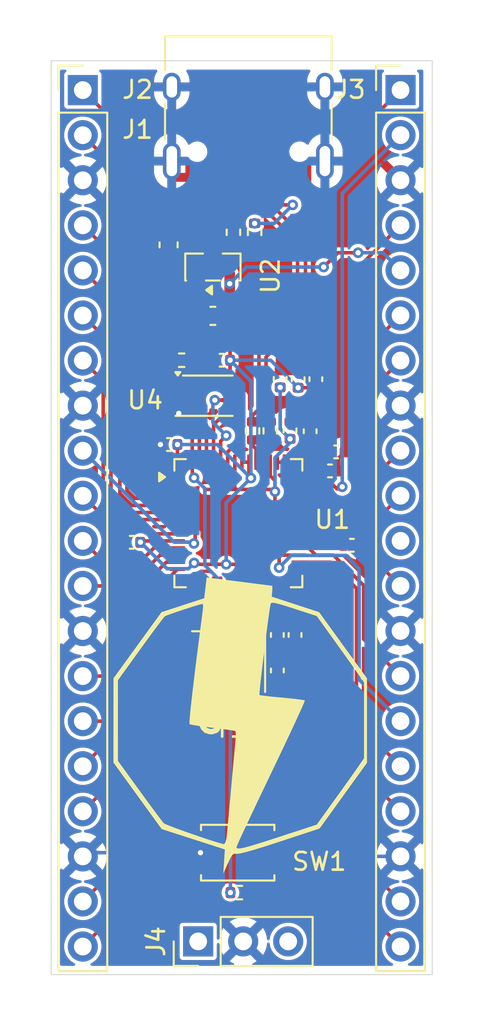
<source format=kicad_pcb>
(kicad_pcb (version 20241229) (generator "pcbnew") (generator_version "9.0")
  (layers (0 "F.Cu" signal) (2 "B.Cu" signal) (13 "F.Paste" user) (15 "B.Paste" user) (5 "F.SilkS" user "F.Silkscreen") (7 "B.SilkS" user "B.Silkscreen") (1 "F.Mask" user) (3 "B.Mask" user) (25 "Edge.Cuts" user))
  (net 0 "")
  (net 1 "+3V3")
  (net 2 "GND")
  (net 3 "+1V1")
  (net 4 "VBUS")
  (net 5 "XIN")
  (net 6 "Net-(C16-Pad2)")
  (net 7 "Net-(J1-CC1)")
  (net 8 "USB_D-")
  (net 9 "Net-(J1-CC2)")
  (net 10 "USB_D+")
  (net 11 "GPIO2")
  (net 12 "GPIO1")
  (net 13 "GPIO10")
  (net 14 "GPIO0")
  (net 15 "GPIO8")
  (net 16 "GPIO4")
  (net 17 "GPIO14")
  (net 18 "GPIO11")
  (net 19 "GPIO12")
  (net 20 "GPIO15")
  (net 21 "GPIO7")
  (net 22 "GPIO6")
  (net 23 "GPIO5")
  (net 24 "GPIO13")
  (net 25 "GPIO9")
  (net 26 "GPIO3")
  (net 27 "GPIO20")
  (net 28 "GPIO29_ADC3")
  (net 29 "GPIO17")
  (net 30 "GPIO28_ADC2")
  (net 31 "GPIO21")
  (net 32 "GPIO18")
  (net 33 "GPIO23")
  (net 34 "RUN")
  (net 35 "GPIO24")
  (net 36 "GPIO27_ADC1")
  (net 37 "GPIO26_ADC0")
  (net 38 "GPIO19")
  (net 39 "GPIO22")
  (net 40 "GPIO16")
  (net 41 "SWD")
  (net 42 "SWCLK")
  (net 43 "Net-(U1-USB_DP)")
  (net 44 "Net-(U1-USB_DM)")
  (net 45 "XOUT")
  (net 46 "QSPI_SS")
  (net 47 "Net-(R6-Pad1)")
  (net 48 "QSPI_SD0")
  (net 49 "QSPI_SCLK")
  (net 50 "QSPI_SD2")
  (net 51 "QSPI_SD3")
  (net 53 "QSPI_SD1")
  (footprint "Capacitor_SMD:C_0402_1005Metric" (layer "F.Cu") (at 147.683354 110.290324 180)
    (property "Reference" "C15" (hide yes))
    (property "Value" "15pF")
  )
  (footprint "Connector_USB:USB_C_Receptacle_HRO_TYPE-C-31-M-12" (layer "F.Cu") (at 149.75 76.65 180)
    (property "Reference" "J1")
    (property "Value" "USB_C_Receptacle_USB2.0_14P")
  )
  (footprint "Package_SON:Winbond_USON-8-1EP_3x2mm_P0.5mm_EP0.2x1.6mm" (layer "F.Cu") (at 147.25 93)
    (property "Reference" "U4")
    (property "Value" "W25Q128JVS")
  )
  (footprint "Capacitor_SMD:C_0402_1005Metric" (layer "F.Cu") (at 152.560342 92.069722 90)
    (property "Reference" "C6" (hide yes))
    (property "Value" "0.1uF")
  )
  (footprint "Capacitor_SMD:C_0402_1005Metric" (layer "F.Cu") (at 143.170605 101.261264 180)
    (property "Reference" "C3" (hide yes))
    (property "Value" "0.1uF")
  )
  (footprint "Package_TO_SOT_SMD:SOT-23" (layer "F.Cu") (at 147.75 85.75 90)
    (property "Reference" "U2")
    (property "Value" "MCP1700x-330xxTT")
  )
  (footprint "Capacitor_SMD:C_0402_1005Metric" (layer "F.Cu") (at 151.547092 92.052466 90)
    (property "Reference" "C11" (hide yes))
    (property "Value" "C")
  )
  (footprint "Capacitor_SMD:C_0402_1005Metric" (layer "F.Cu") (at 152.104983 94.953019 90)
    (property "Reference" "C10" (hide yes))
    (property "Value" "C")
  )
  (footprint "Capacitor_SMD:C_0402_1005Metric" (layer "F.Cu") (at 152.38675 106.482744 -90)
    (property "Reference" "C12" (hide yes))
    (property "Value" "C")
  )
  (footprint "Resistor_SMD:R_0402_1005Metric" (layer "F.Cu") (at 150.98675 94.982744 -90)
    (property "Reference" "R4" (hide yes))
    (property "Value" "27")
  )
  (footprint "Connector_PinHeader_2.54mm:PinHeader_1x20_P2.54mm_Vertical" (layer "F.Cu") (at 140.41 75.78)
    (property "Reference" "J2")
    (property "Value" "Conn_01x20")
  )
  (footprint "Resistor_SMD:R_0402_1005Metric" (layer "F.Cu") (at 149.98675 94.982744 -90)
    (property "Reference" "R3" (hide yes))
    (property "Value" "27")
  )
  (footprint "Capacitor_SMD:C_0402_1005Metric" (layer "F.Cu") (at 154.704784 96.165452)
    (property "Reference" "C1" (hide yes))
    (property "Value" "1uf")
  )
  (footprint "Resistor_SMD:R_0402_1005Metric" (layer "F.Cu") (at 149.25 121 180)
    (property "Reference" "R6" (hide yes))
    (property "Value" "1K")
  )
  (footprint "Button_Switch_SMD:SW_Push_SPST_NO_Alps_SKRK" (layer "F.Cu") (at 149.15 118.75)
    (property "Reference" "SW1")
    (property "Value" "SW_Push")
  )
  (footprint "Package_DFN_QFN:QFN-56-1EP_7x7mm_P0.4mm_EP3.2x3.2mm" (layer "F.Cu") (at 149.18675 100.182744)
    (property "Reference" "U1")
    (property "Value" "RP2040")
  )
  (footprint "Connector_PinHeader_2.54mm:PinHeader_1x20_P2.54mm_Vertical" (layer "F.Cu") (at 158.338861 75.776831)
    (property "Reference" "J3")
    (property "Value" "Conn_01x20")
  )
  (footprint "Crystal:Crystal_SMD_3225-4Pin_3.2x2.5mm" (layer "F.Cu") (at 148.63675 107.982744 180)
    (property "Reference" "Y1")
    (property "Value" "12 MHz")
  )
  (footprint "Capacitor_SMD:C_0402_1005Metric" (layer "F.Cu") (at 145.27 95.75 180)
    (property "Reference" "C4" (hide yes))
    (property "Value" "0.1uF")
  )
  (footprint "Resistor_SMD:R_0402_1005Metric" (layer "F.Cu") (at 148.909748 83.789854 -90)
    (property "Reference" "R2" (hide yes))
    (property "Value" "5.1K")
  )
  (footprint "Capacitor_SMD:C_0402_1005Metric" (layer "F.Cu") (at 148.24 91 180)
    (property "Reference" "C17" (hide yes))
    (property "Value" "C")
  )
  (footprint "Capacitor_SMD:C_0603_1608Metric" (layer "F.Cu") (at 145.25 84.5 -90)
    (property "Reference" "C13" (hide yes))
    (property "Value" "10uF")
  )
  (footprint "Logo:kalo" (layer "F.Cu") (at 149.25 111.25)
    (property "Reference" "G***")
    (property "Value" "LOGO" (hide yes))
  )
  (footprint "Capacitor_SMD:C_0402_1005Metric" (layer "F.Cu") (at 151.38675 106.482744 -90)
    (property "Reference" "C2" (hide yes))
    (property "Value" "0.1uF")
  )
  (footprint "Resistor_SMD:R_0402_1005Metric" (layer "F.Cu") (at 149.656722 105.636947 180)
    (property "Reference" "R5" (hide yes))
    (property "Value" "1K")
  )
  (footprint "Capacitor_SMD:C_0603_1608Metric" (layer "F.Cu") (at 147.75 88.5 180)
    (property "Reference" "C14" (hide yes))
    (property "Value" "10uF")
  )
  (footprint "Resistor_SMD:R_0402_1005Metric" (layer "F.Cu") (at 150.105032 83.799651 -90)
    (property "Reference" "R1" (hide yes))
    (property "Value" "5.1K")
  )
  (footprint "Capacitor_SMD:C_0402_1005Metric" (layer "F.Cu") (at 155.594209 101.427535)
    (property "Reference" "C9" (hide yes))
    (property "Value" "0.1uF")
  )
  (footprint "Connector_PinHeader_2.54mm:PinHeader_1x03_P2.54mm_Vertical" (layer "F.Cu") (at 146.92 123.75 90)
    (property "Reference" "J4")
    (property "Value" "Conn_01x03")
  )
  (footprint "Capacitor_SMD:C_0402_1005Metric" (layer "F.Cu") (at 153.560342 92.069722 90)
    (property "Reference" "C7" (hide yes))
    (property "Value" "0.1uF")
  )
  (footprint "Capacitor_SMD:C_0402_1005Metric" (layer "F.Cu") (at 151.38675 108.482744 90)
    (property "Reference" "C16" (hide yes))
    (property "Value" "15pF")
  )
  (footprint "Capacitor_SMD:C_0402_1005Metric" (layer "F.Cu") (at 153.23675 95.002744 90)
    (property "Reference" "C5" (hide yes))
    (property "Value" "C")
  )
  (footprint "Capacitor_SMD:C_0402_1005Metric" (layer "F.Cu") (at 154.358693 97.23792)
    (property "Reference" "C8" (hide yes))
    (property "Value" "C")
  )
  (footprint "Resistor_SMD:R_0402_1005Metric" (layer "F.Cu") (at 145.99 91)
    (property "Reference" "R7" (hide yes))
    (property "Value" "10K")
  )
  (gr_rect (start 138.625 74.125) (end 160.125 125.625) (stroke (width 0.05)) (fill no) (layer "Edge.Cuts"))
  (segment (start 149.78675 97.53675) (end 149.892113 97.642113) (width 0.2) (layer "F.Cu") (net 1))
  (segment (start 148.72 91) (end 148.72 88.695) (width 0.2) (layer "F.Cu") (net 1))
  (segment (start 149.892113 97.642113) (end 149.966584 97.642113) (width 0.2) (layer "F.Cu") (net 1))
  (segment (start 145.74925 95.75075) (end 145.75 95.75) (width 0.2) (layer "F.Cu") (net 1))
  (segment (start 151.38675 106.002744) (end 151.38675 105.722745) (width 0.2) (layer "F.Cu") (net 1))
  (segment (start 154.5 101.25) (end 153.5 101.25) (width 0.2) (layer "F.Cu") (net 1))
  (segment (start 149.38675 102.88675) (end 149.38675 103.620244) (width 0.2) (layer "F.Cu") (net 1))
  (segment (start 154.224784 93.214164) (end 154.224784 96.165452) (width 0.2) (layer "F.Cu") (net 1))
  (segment (start 153.560342 92.549722) (end 152.560342 92.549722) (width 0.2) (layer "F.Cu") (net 1))
  (segment (start 149 102.5) (end 149.38675 102.88675) (width 0.2) (layer "F.Cu") (net 1))
  (segment (start 155.943581 84.943581) (end 154.806419 84.943581) (width 0.2) (layer "F.Cu") (net 1))
  (segment (start 153.23675 95.482744) (end 153.04925 95.482744) (width 0.2) (layer "F.Cu") (net 1))
  (segment (start 146.5 91) (end 146.5 90.525) (width 0.2) (layer "F.Cu") (net 1))
  (segment (start 153.23675 95.482744) (end 153.542076 95.482744) (width 0.2) (layer "F.Cu") (net 1))
  (segment (start 148.525 88.5) (end 148.525 86.8625) (width 0.2) (layer "F.Cu") (net 1))
  (segment (start 143.728125 101.183744) (end 144.249156 101.183744) (width 0.2) (layer "F.Cu") (net 1))
  (segment (start 145.74925 101.182744) (end 144.250156 101.182744) (width 0.2) (layer "F.Cu") (net 1))
  (segment (start 148.72 91) (end 148.72 92.205) (width 0.2) (layer "F.Cu") (net 1))
  (segment (start 150 105) (end 149.38675 104.38675) (width 0.2) (layer "F.Cu") (net 1))
  (segment (start 149.38675 104.38675) (end 149.38675 103.620244) (width 0.2) (layer "F.Cu") (net 1))
  (segment (start 152.62425 101.182744) (end 152.090976 101.182744) (width 0.2) (layer "F.Cu") (net 1))
  (segment (start 153.560342 92.549722) (end 154.224784 93.214164) (width 0.2) (layer "F.Cu") (net 1))
  (segment (start 151.864733 97.768114) (end 151.864733 100.958501) (width 0.2) (layer "F.Cu") (net 1))
  (segment (start 153.432744 101.182744) (end 153.5 101.25) (width 0.2) (layer "F.Cu") (net 1))
  (segment (start 148.72 88.695) (end 148.525 88.5) (width 0.2) (layer "F.Cu") (net 1))
  (segment (start 143.661869 101.25) (end 143.728125 101.183744) (width 0.2) (layer "F.Cu") (net 1))
  (segment (start 144.250156 101.182744) (end 144.249156 101.183744) (width 0.2) (layer "F.Cu") (net 1))
  (segment (start 150.664005 105) (end 150 105) (width 0.2) (layer "F.Cu") (net 1))
  (segment (start 149.78675 96.745244) (end 149.38675 96.745244) (width 0.2) (layer "F.Cu") (net 1))
  (segment (start 152.090976 101.182744) (end 152.089976 101.183744) (width 0.2) (layer "F.Cu") (net 1))
  (segment (start 152.62425 101.182744) (end 153.432744 101.182744) (width 0.2) (layer "F.Cu") (net 1))
  (segment (start 154.224784 96.891829) (end 153.878693 97.23792) (width 0.2) (layer "F.Cu") (net 1))
  (segment (start 152.050103 97.582744) (end 151.864733 97.768114) (width 0.2) (layer "F.Cu") (net 1))
  (segment (start 149.966584 97.642113) (end 150.005232 97.603465) (width 0.2) (layer "F.Cu") (net 1))
  (segment (start 152.969074 97.23792) (end 152.62425 97.582744) (width 0.2) (layer "F.Cu") (net 1))
  (segment (start 146.765701 102.5) (end 148.5 102.5) (width 0.2) (layer "F.Cu") (net 1))
  (segment (start 148.5 102.5) (end 149 102.5) (width 0.2) (layer "F.Cu") (net 1))
  (segment (start 155.114209 101.427535) (end 154.677535 101.427535) (width 0.2) (layer "F.Cu") (net 1))
  (segment (start 151.38675 96.745244) (end 151.78675 96.745244) (width 0.2) (layer "F.Cu") (net 1))
  (segment (start 154.677535 101.427535) (end 154.5 101.25) (width 0.2) (layer "F.Cu") (net 1))
  (segment (start 152.62425 97.582744) (end 152.050103 97.582744) (width 0.2) (layer "F.Cu") (net 1))
  (segment (start 151.864733 100.958501) (end 152.089976 101.183744) (width 0.2) (layer "F.Cu") (net 1))
  (segment (start 154.224784 96.165452) (end 154.224784 96.891829) (width 0.2) (layer "F.Cu") (net 1))
  (segment (start 153.04925 95.482744) (end 151.78675 96.745244) (width 0.2) (layer "F.Cu") (net 1))
  (segment (start 148.525 86.8625) (end 148.7 86.6875) (width 0.2) (layer "F.Cu") (net 1))
  (segment (start 148.72 92.205) (end 148.675 92.25) (width 0.2) (layer "F.Cu") (net 1))
  (segment (start 145.74925 97.582744) (end 145.74925 95.75075) (width 0.2) (layer "F.Cu") (net 1))
  (segment (start 146.690815 102.425114) (end 146.765701 102.5) (width 0.2) (layer "F.Cu") (net 1))
  (segment (start 143.650605 101.261264) (end 143.661869 101.25) (width 0.2) (layer "F.Cu") (net 1))
  (segment (start 154.806419 84.943581) (end 154 85.75) (width 0.2) (layer "F.Cu") (net 1))
  (segment (start 146.5 90.525) (end 148.525 88.5) (width 0.2) (layer "F.Cu") (net 1))
  (segment (start 149.78675 96.745244) (end 149.78675 97.53675) (width 0.2) (layer "F.Cu") (net 1))
  (segment (start 153.878693 97.23792) (end 152.969074 97.23792) (width 0.2) (layer "F.Cu") (net 1))
  (segment (start 151.38675 105.722745) (end 150.664005 105) (width 0.2) (layer "F.Cu") (net 1))
  (segment (start 153.542076 95.482744) (end 154.224784 96.165452) (width 0.2) (layer "F.Cu") (net 1))
  (via (at 145.74925 95.75075) (size 0.6) (drill 0.3) (layers "F.Cu" "B.Cu") (net 1))
  (via (at 152.560342 92.549722) (size 0.6) (drill 0.3) (layers "F.Cu" "B.Cu") (net 1))
  (via (at 143.661869 101.25) (size 0.6) (drill 0.3) (layers "F.Cu" "B.Cu") (net 1))
  (via (at 154 85.75) (size 0.6) (drill 0.3) (layers "F.Cu" "B.Cu") (net 1))
  (via (at 149.892113 97.642113) (size 0.6) (drill 0.3) (layers "F.Cu" "B.Cu") (net 1))
  (via (at 149.892113 97.642113) (size 0.6) (drill 0.3) (layers "F.Cu" "B.Cu") (net 1))
  (via (at 148.72 91) (size 0.6) (drill 0.3) (layers "F.Cu" "B.Cu") (net 1))
  (via (at 148.5 102.5) (size 0.6) (drill 0.3) (layers "F.Cu" "B.Cu") (net 1))
  (via (at 148.7 86.6875) (size 0.6) (drill 0.3) (layers "F.Cu" "B.Cu") (net 1))
  (via (at 146.690815 102.425114) (size 0.6) (drill 0.3) (layers "F.Cu" "B.Cu") (net 1))
  (via (at 155.943581 84.943581) (size 0.6) (drill 0.3) (layers "F.Cu" "B.Cu") (net 1))
  (segment (start 145.161869 102.75) (end 146.365929 102.75) (width 0.2) (layer "B.Cu") (net 1))
  (segment (start 155.943581 84.943581) (end 157.345611 84.943581) (width 0.2) (layer "B.Cu") (net 1))
  (segment (start 154 85.75) (end 149.6375 85.75) (width 0.2) (layer "B.Cu") (net 1))
  (segment (start 149.6375 85.75) (end 148.7 86.6875) (width 0.2) (layer "B.Cu") (net 1))
  (segment (start 143.661869 101.25) (end 145.161869 102.75) (width 0.2) (layer "B.Cu") (net 1))
  (segment (start 149.892113 92.172113) (end 148.72 91) (width 0.2) (layer "B.Cu") (net 1))
  (segment (start 157.345611 84.943581) (end 158.338861 85.936831) (width 0.2) (layer "B.Cu") (net 1))
  (segment (start 152.560342 92.549722) (end 151.01062 91) (width 0.2) (layer "B.Cu") (net 1))
  (segment (start 148.5 102.5) (end 148.5 99.034226) (width 0.2) (layer "B.Cu") (net 1))
  (segment (start 146.365929 102.75) (end 146.690815 102.425114) (width 0.2) (layer "B.Cu") (net 1))
  (segment (start 151.01062 91) (end 148.72 91) (width 0.2) (layer "B.Cu") (net 1))
  (segment (start 149.892113 97.642113) (end 149.892113 92.172113) (width 0.2) (layer "B.Cu") (net 1))
  (segment (start 145.74925 95.75075) (end 148.00075 95.75075) (width 0.2) (layer "B.Cu") (net 1))
  (segment (start 148.00075 95.75075) (end 149.892113 97.642113) (width 0.2) (layer "B.Cu") (net 1))
  (segment (start 148.5 99.034226) (end 149.892113 97.642113) (width 0.2) (layer "B.Cu") (net 1))
  (segment (start 154.838693 97.23792) (end 154.838693 96.511543) (width 0.2) (layer "F.Cu") (net 2))
  (segment (start 155.184784 93.214164) (end 155.184784 96.165452) (width 0.2) (layer "F.Cu") (net 2))
  (segment (start 145.825 94) (end 145.825 94.152295) (width 0.2) (layer "F.Cu") (net 2))
  (segment (start 152.543086 91.572466) (end 152.560342 91.589722) (width 0.2) (layer "F.Cu") (net 2))
  (segment (start 153.560342 91.589722) (end 152.560342 91.589722) (width 0.2) (layer "F.Cu") (net 2))
  (segment (start 151.547092 91.572466) (end 152.543086 91.572466) (width 0.2) (layer "F.Cu") (net 2))
  (segment (start 153.560342 91.589722) (end 155.184784 93.214164) (width 0.2) (layer "F.Cu") (net 2))
  (segment (start 154.838693 96.511543) (end 155.184784 96.165452) (width 0.2) (layer "F.Cu") (net 2))
  (segment (start 145.825 93.75) (end 145.825 94) (width 0.2) (layer "F.Cu") (net 2))
  (segment (start 145.825 94.152295) (end 145.825147 94.152442) (width 0.2) (layer "F.Cu") (net 2))
  (via (at 144.79 95.75) (size 0.6) (drill 0.3) (layers "F.Cu" "B.Cu") (net 2))
  (via (at 147.05 118.75) (size 0.6) (drill 0.3) (layers "F.Cu" "B.Cu") (net 2))
  (via (at 145.825 94) (size 0.6) (drill 0.3) (layers "F.Cu" "B.Cu") (net 2))
  (via (at 145.825 94) (size 0.6) (drill 0.3) (layers "F.Cu" "B.Cu") (net 2))
  (segment (start 144.79 95.71) (end 144.79 95.75) (width 0.2) (layer "B.Cu") (net 2))
  (segment (start 140.62 118.75) (end 140.41 118.96) (width 0.2) (layer "B.Cu") (net 2))
  (segment (start 158.338861 118.956831) (end 154.253169 118.956831) (width 0.2) (layer "B.Cu") (net 2))
  (segment (start 145.825 94.675) (end 144.79 95.71) (width 0.2) (layer "B.Cu") (net 2))
  (segment (start 154.253169 118.956831) (end 149.46 123.75) (width 0.2) (layer "B.Cu") (net 2))
  (segment (start 145.825 94) (end 145.825 94.675) (width 0.2) (layer "B.Cu") (net 2))
  (segment (start 147.05 118.75) (end 140.62 118.75) (width 0.2) (layer "B.Cu") (net 2))
  (segment (start 151.086102 101.846798) (end 151.252891 101.680009) (width 0.2) (layer "F.Cu") (net 3))
  (segment (start 148.98675 98.268494) (end 149 98.281744) (width 0.2) (layer "F.Cu") (net 3))
  (segment (start 150.75 102.5) (end 151.086102 102.163898) (width 0.2) (layer "F.Cu") (net 3))
  (segment (start 151.252891 101.680009) (end 151.252891 98.401875) (width 0.2) (layer "F.Cu") (net 3))
  (segment (start 150.975456 104.59145) (end 152.38675 106.002744) (width 0.2) (layer "F.Cu") (net 3))
  (segment (start 150.25 102.5) (end 150.75 102.5) (width 0.2) (layer "F.Cu") (net 3))
  (segment (start 151.252891 98.401875) (end 151.08775 98.401875) (width 0.2) (layer "F.Cu") (net 3))
  (segment (start 149 98.281744) (end 147.28575 98.281744) (width 0.2) (layer "F.Cu") (net 3))
  (segment (start 150.15855 104.59145) (end 150.975456 104.59145) (width 0.2) (layer "F.Cu") (net 3))
  (segment (start 151.08775 98.281744) (end 149 98.281744) (width 0.2) (layer "F.Cu") (net 3))
  (segment (start 150.98675 97.51325) (end 150.98675 96.745244) (width 0.2) (layer "F.Cu") (net 3))
  (segment (start 149.78675 104.21965) (end 150.15855 104.59145) (width 0.2) (layer "F.Cu") (net 3))
  (segment (start 151.252891 98.401875) (end 151.25 98.398984) (width 0.2) (layer "F.Cu") (net 3))
  (segment (start 151.25 98.398984) (end 151.25 97.7765) (width 0.2) (layer "F.Cu") (net 3))
  (segment (start 151.086102 102.163898) (end 151.086102 101.846798) (width 0.2) (layer "F.Cu") (net 3))
  (segment (start 151.08775 98.401875) (end 151.08775 98.281744) (width 0.2) (layer "F.Cu") (net 3))
  (segment (start 149.78675 102.96325) (end 150.25 102.5) (width 0.2) (layer "F.Cu") (net 3))
  (segment (start 149.78675 103.620244) (end 149.78675 104.21965) (width 0.2) (layer "F.Cu") (net 3))
  (segment (start 149.78675 103.620244) (end 149.78675 102.96325) (width 0.2) (layer "F.Cu") (net 3))
  (segment (start 148.98675 96.745244) (end 148.98675 98.268494) (width 0.2) (layer "F.Cu") (net 3))
  (segment (start 151.25 97.7765) (end 150.98675 97.51325) (width 0.2) (layer "F.Cu") (net 3))
  (via (at 152.104983 95.433019) (size 0.6) (drill 0.3) (layers "F.Cu" "B.Cu") (net 3))
  (via (at 151.252891 98.401875) (size 0.6) (drill 0.3) (layers "F.Cu" "B.Cu") (net 3))
  (via (at 151.547092 92.532466) (size 0.6) (drill 0.3) (layers "F.Cu" "B.Cu") (net 3))
  (segment (start 151.547092 94.875128) (end 152.104983 95.433019) (width 0.2) (layer "B.Cu") (net 3))
  (segment (start 151.252891 98.401875) (end 151.252891 96.497109) (width 0.2) (layer "B.Cu") (net 3))
  (segment (start 151.547092 92.532466) (end 151.547092 94.875128) (width 0.2) (layer "B.Cu") (net 3))
  (segment (start 152.104983 95.645017) (end 152.104983 95.433019) (width 0.2) (layer "B.Cu") (net 3))
  (segment (start 151.252891 96.497109) (end 152.104983 95.645017) (width 0.2) (layer "B.Cu") (net 3))
  (segment (start 152.2 80.695) (end 152.2 79.8509) (width 0.2) (layer "F.Cu") (net 4))
  (segment (start 145.25 83.725) (end 147.3 81.675) (width 0.2) (layer "F.Cu") (net 4))
  (segment (start 149.75 78.867) (end 148.203 78.867) (width 0.2) (layer "F.Cu") (net 4))
  (segment (start 148.203 78.867) (end 147.3 79.77) (width 0.2) (layer "F.Cu") (net 4))
  (segment (start 156.615692 77.5) (end 151.117 77.5) (width 0.2) (layer "F.Cu") (net 4))
  (segment (start 152.2 79.8509) (end 151.2161 78.867) (width 0.2) (layer "F.Cu") (net 4))
  (segment (start 151.117 77.5) (end 149.75 78.867) (width 0.2) (layer "F.Cu") (net 4))
  (segment (start 158.338861 75.776831) (end 156.615692 77.5) (width 0.2) (layer "F.Cu") (net 4))
  (segment (start 147.3 81.675) (end 147.3 80.695) (width 0.2) (layer "F.Cu") (net 4))
  (segment (start 147.75 84.8125) (end 146.6625 83.725) (width 0.2) (layer "F.Cu") (net 4))
  (segment (start 146.6625 83.725) (end 145.25 83.725) (width 0.2) (layer "F.Cu") (net 4))
  (segment (start 147.3 79.77) (end 147.3 80.695) (width 0.2) (layer "F.Cu") (net 4))
  (segment (start 151.2161 78.867) (end 149.75 78.867) (width 0.2) (layer "F.Cu") (net 4))
  (segment (start 148.575722 107.924278) (end 147.667256 108.832744) (width 0.2) (layer "F.Cu") (net 5))
  (segment (start 148.575722 104.347778) (end 148.575722 107.924278) (width 0.2) (layer "F.Cu") (net 5))
  (segment (start 148.58675 103.620244) (end 148.58675 104.33675) (width 0.2) (layer "F.Cu") (net 5))
  (segment (start 147.203354 110.290324) (end 147.203354 109.16614) (width 0.2) (layer "F.Cu") (net 5))
  (segment (start 148.58675 104.33675) (end 148.575722 104.347778) (width 0.2) (layer "F.Cu") (net 5))
  (segment (start 147.667256 108.832744) (end 147.53675 108.832744) (width 0.2) (layer "F.Cu") (net 5))
  (segment (start 147.203354 109.16614) (end 147.53675 108.832744) (width 0.2) (layer "F.Cu") (net 5))
  (segment (start 150.166722 105.636947) (end 150.166722 106.702772) (width 0.2) (layer "F.Cu") (net 6))
  (segment (start 150.166722 106.702772) (end 149.73675 107.132744) (width 0.2) (layer "F.Cu") (net 6))
  (segment (start 151.38675 108.002744) (end 150.60675 108.002744) (width 0.2) (layer "F.Cu") (net 6))
  (segment (start 150.60675 108.002744) (end 149.73675 107.132744) (width 0.2) (layer "F.Cu") (net 6))
  (segment (start 151 81.5) (end 151.75 82.25) (width 0.2) (layer "F.Cu") (net 7))
  (segment (start 151.75 82.25) (end 152.25 82.25) (width 0.2) (layer "F.Cu") (net 7))
  (segment (start 151 80.695) (end 151 81.5) (width 0.2) (layer "F.Cu") (net 7))
  (via (at 150.105032 83.289651) (size 0.6) (drill 0.3) (layers "F.Cu" "B.Cu") (net 7))
  (via (at 152.25 82.25) (size 0.6) (drill 0.3) (layers "F.Cu" "B.Cu") (net 7))
  (segment (start 151.210349 83.289651) (end 150.105032 83.289651) (width 0.2) (layer "B.Cu") (net 7))
  (segment (start 152.25 82.25) (end 151.210349 83.289651) (width 0.2) (layer "B.Cu") (net 7))
  (segment (start 149.5 80.695) (end 149.5 79.718) (width 0.2) (layer "F.Cu") (net 8))
  (segment (start 150.5 81.27) (end 150.475 81.295) (width 0.2) (layer "F.Cu") (net 8))
  (segment (start 152.975 88.593198) (end 150.75 90.818198) (width 0.2) (layer "F.Cu") (net 8))
  (segment (start 150.75 90.818198) (end 150.75 94.235994) (width 0.2) (layer "F.Cu") (net 8))
  (segment (start 150.5 79.75) (end 150.5 80.695) (width 0.2) (layer "F.Cu") (net 8))
  (segment (start 150.75 94.235994) (end 150.98675 94.472744) (width 0.2) (layer "F.Cu") (net 8))
  (segment (start 149.549 79.669) (end 150.419 79.669) (width 0.2) (layer "F.Cu") (net 8))
  (segment (start 150.419 79.669) (end 150.5 79.75) (width 0.2) (layer "F.Cu") (net 8))
  (segment (start 149.5 79.718) (end 149.549 79.669) (width 0.2) (layer "F.Cu") (net 8))
  (segment (start 150.475 81.295) (end 150.475 81.656802) (width 0.2) (layer "F.Cu") (net 8))
  (segment (start 152.975 84.156802) (end 152.975 88.593198) (width 0.2) (layer "F.Cu") (net 8))
  (segment (start 150.5 80.695) (end 150.5 81.27) (width 0.2) (layer "F.Cu") (net 8))
  (segment (start 150.475 81.656802) (end 152.975 84.156802) (width 0.2) (layer "F.Cu") (net 8))
  (segment (start 148.909748 83.279854) (end 148 82.370106) (width 0.2) (layer "F.Cu") (net 9))
  (segment (start 148 82.370106) (end 148 80.695) (width 0.2) (layer "F.Cu") (net 9))
  (segment (start 150.349 90.652098) (end 150.349 93.746891) (width 0.2) (layer "F.Cu") (net 10))
  (segment (start 152.525 88.406802) (end 150.5 90.431802) (width 0.2) (layer "F.Cu") (net 10))
  (segment (start 150 81.5) (end 150 80.695) (width 0.2) (layer "F.Cu") (net 10))
  (segment (start 150 81.27) (end 150.025 81.295) (width 0.2) (layer "F.Cu") (net 10))
  (segment (start 150.5 90.501098) (end 150.349 90.652098) (width 0.2) (layer "F.Cu") (net 10))
  (segment (start 150.025 81.295) (end 150.025 81.843198) (width 0.2) (layer "F.Cu") (net 10))
  (segment (start 149.98675 94.109141) (end 149.98675 94.472744) (width 0.2) (layer "F.Cu") (net 10))
  (segment (start 149 80.695) (end 149 81.5) (width 0.2) (layer "F.Cu") (net 10))
  (segment (start 150.025 81.843198) (end 152.525 84.343198) (width 0.2) (layer "F.Cu") (net 10))
  (segment (start 149.25 81.75) (end 149.75 81.75) (width 0.2) (layer "F.Cu") (net 10))
  (segment (start 150.5 90.431802) (end 150.5 90.501098) (width 0.2) (layer "F.Cu") (net 10))
  (segment (start 152.525 84.343198) (end 152.525 88.406802) (width 0.2) (layer "F.Cu") (net 10))
  (segment (start 150.349 93.746891) (end 149.98675 94.109141) (width 0.2) (layer "F.Cu") (net 10))
  (segment (start 149 81.5) (end 149.25 81.75) (width 0.2) (layer "F.Cu") (net 10))
  (segment (start 149.75 81.75) (end 150 81.5) (width 0.2) (layer "F.Cu") (net 10))
  (segment (start 150 80.695) (end 150 81.27) (width 0.2) (layer "F.Cu") (net 10))
  (segment (start 142.901 85.891) (end 142.901 98.3339) (width 0.2) (layer "F.Cu") (net 11))
  (segment (start 142.901 98.3339) (end 143.349844 98.782744) (width 0.2) (layer "F.Cu") (net 11))
  (segment (start 140.41 83.4) (end 142.901 85.891) (width 0.2) (layer "F.Cu") (net 11))
  (segment (start 143.349844 98.782744) (end 145.74925 98.782744) (width 0.2) (layer "F.Cu") (net 11))
  (segment (start 143.882744 98.382744) (end 143.5 98) (width 0.2) (layer "F.Cu") (net 12))
  (segment (start 145.74925 98.382744) (end 143.882744 98.382744) (width 0.2) (layer "F.Cu") (net 12))
  (segment (start 143.5 81.41) (end 140.41 78.32) (width 0.2) (layer "F.Cu") (net 12))
  (segment (start 143.5 98) (end 143.5 81.41) (width 0.2) (layer "F.Cu") (net 12))
  (segment (start 143 107.5) (end 141.7 108.8) (width 0.2) (layer "F.Cu") (net 13))
  (segment (start 145.74925 102.382744) (end 145.117256 102.382744) (width 0.2) (layer "F.Cu") (net 13))
  (segment (start 143 104.5) (end 143 107.5) (width 0.2) (layer "F.Cu") (net 13))
  (segment (start 141.7 108.8) (end 140.41 108.8) (width 0.2) (layer "F.Cu") (net 13))
  (segment (start 145.117256 102.382744) (end 143 104.5) (width 0.2) (layer "F.Cu") (net 13))
  (segment (start 144.232744 97.982744) (end 145.74925 97.982744) (width 0.2) (layer "F.Cu") (net 14))
  (segment (start 144 79.37) (end 144 97.75) (width 0.2) (layer "F.Cu") (net 14))
  (segment (start 144 97.75) (end 144.232744 97.982744) (width 0.2) (layer "F.Cu") (net 14))
  (segment (start 140.41 75.78) (end 144 79.37) (width 0.2) (layer "F.Cu") (net 14))
  (segment (start 143.97 102.03) (end 141.26 102.03) (width 0.2) (layer "F.Cu") (net 15))
  (segment (start 145.74925 101.582744) (end 144.417256 101.582744) (width 0.2) (layer "F.Cu") (net 15))
  (segment (start 141.26 102.03) (end 140.41 101.18) (width 0.2) (layer "F.Cu") (net 15))
  (segment (start 144.417256 101.582744) (end 143.97 102.03) (width 0.2) (layer "F.Cu") (net 15))
  (segment (start 142 99) (end 142 90.07) (width 0.2) (layer "F.Cu") (net 16))
  (segment (start 142 90.07) (end 140.41 88.48) (width 0.2) (layer "F.Cu") (net 16))
  (segment (start 142.582744 99.582744) (end 142 99) (width 0.2) (layer "F.Cu") (net 16))
  (segment (start 145.74925 99.582744) (end 142.582744 99.582744) (width 0.2) (layer "F.Cu") (net 16))
  (segment (start 147.38675 104.51425) (end 144.901 107) (width 0.2) (layer "F.Cu") (net 17))
  (segment (start 144.901 117.009) (end 144.901 107) (width 0.2) (layer "F.Cu") (net 17))
  (segment (start 140.41 121.5) (end 144.901 117.009) (width 0.2) (layer "F.Cu") (net 17))
  (segment (start 147.38675 103.620244) (end 147.38675 104.51425) (width 0.2) (layer "F.Cu") (net 17))
  (segment (start 143.5 105.031994) (end 143.5 109.75) (width 0.2) (layer "F.Cu") (net 18))
  (segment (start 143.5 109.75) (end 141.91 111.34) (width 0.2) (layer "F.Cu") (net 18))
  (segment (start 141.91 111.34) (end 140.41 111.34) (width 0.2) (layer "F.Cu") (net 18))
  (segment (start 145.74925 102.782744) (end 143.5 105.031994) (width 0.2) (layer "F.Cu") (net 18))
  (segment (start 143.901 110.389) (end 140.41 113.88) (width 0.2) (layer "F.Cu") (net 19))
  (segment (start 146.58675 103.620244) (end 143.901 106.305994) (width 0.2) (layer "F.Cu") (net 19))
  (segment (start 143.901 106.305994) (end 143.901 110.389) (width 0.2) (layer "F.Cu") (net 19))
  (segment (start 145.5 107) (end 145.5 118.95) (width 0.2) (layer "F.Cu") (net 20))
  (segment (start 147.78675 103.620244) (end 147.78675 104.71325) (width 0.2) (layer "F.Cu") (net 20))
  (segment (start 147.78675 104.71325) (end 145.5 107) (width 0.2) (layer "F.Cu") (net 20))
  (segment (start 145.5 118.95) (end 140.41 124.04) (width 0.2) (layer "F.Cu") (net 20))
  (segment (start 145.74925 100.782744) (end 144.282744 100.782744) (width 0.2) (layer "F.Cu") (net 21))
  (segment (start 142.25 100.48) (end 140.41 98.64) (width 0.2) (layer "F.Cu") (net 21))
  (segment (start 142.25 100.5) (end 142.25 100.48) (width 0.2) (layer "F.Cu") (net 21))
  (segment (start 144 100.5) (end 142.25 100.5) (width 0.2) (layer "F.Cu") (net 21))
  (segment (start 144.282744 100.782744) (end 144 100.5) (width 0.2) (layer "F.Cu") (net 21))
  (segment (start 146.75 100.75) (end 146.382744 100.382744) (width 0.2) (layer "F.Cu") (net 22))
  (segment (start 146.75 101.253375) (end 146.75 100.75) (width 0.2) (layer "F.Cu") (net 22))
  (segment (start 146.679213 101.324162) (end 146.75 101.253375) (width 0.2) (layer "F.Cu") (net 22))
  (segment (start 146.382744 100.382744) (end 145.74925 100.382744) (width 0.2) (layer "F.Cu") (net 22))
  (via (at 146.679213 101.324162) (size 0.6) (drill 0.3) (layers "F.Cu" "B.Cu") (net 22))
  (segment (start 146.679213 101.324162) (end 146.605051 101.25) (width 0.2) (layer "B.Cu") (net 22))
  (segment (start 145.56 101.25) (end 140.41 96.1) (width 0.2) (layer "B.Cu") (net 22))
  (segment (start 146.605051 101.25) (end 145.56 101.25) (width 0.2) (layer "B.Cu") (net 22))
  (segment (start 145.74925 99.982744) (end 142.319844 99.982744) (width 0.2) (layer "F.Cu") (net 23))
  (segment (start 141.54355 99.20645) (end 141.561 99.189) (width 0.2) (layer "F.Cu") (net 23))
  (segment (start 141.561 99.189) (end 141.561 92.171) (width 0.2) (layer "F.Cu") (net 23))
  (segment (start 142.319844 99.982744) (end 141.54355 99.20645) (width 0.2) (layer "F.Cu") (net 23))
  (segment (start 141.561 92.171) (end 140.41 91.02) (width 0.2) (layer "F.Cu") (net 23))
  (segment (start 144.5 106.75) (end 144.5 112.33) (width 0.2) (layer "F.Cu") (net 24))
  (segment (start 146.98675 103.620244) (end 146.98675 104.26325) (width 0.2) (layer "F.Cu") (net 24))
  (segment (start 146.98675 104.26325) (end 144.5 106.75) (width 0.2) (layer "F.Cu") (net 24))
  (segment (start 144.5 112.33) (end 140.41 116.42) (width 0.2) (layer "F.Cu") (net 24))
  (segment (start 144.767256 101.982744) (end 143.03 103.72) (width 0.2) (layer "F.Cu") (net 25))
  (segment (start 143.03 103.72) (end 140.41 103.72) (width 0.2) (layer "F.Cu") (net 25))
  (segment (start 145.74925 101.982744) (end 144.767256 101.982744) (width 0.2) (layer "F.Cu") (net 25))
  (segment (start 142.5 88.03) (end 140.41 85.94) (width 0.2) (layer "F.Cu") (net 26))
  (segment (start 142.5 98.5) (end 142.5 88.03) (width 0.2) (layer "F.Cu") (net 26))
  (segment (start 145.74925 99.182744) (end 143.182744 99.182744) (width 0.2) (layer "F.Cu") (net 26))
  (segment (start 143.182744 99.182744) (end 142.5 98.5) (width 0.2) (layer "F.Cu") (net 26))
  (segment (start 151.517256 101.982744) (end 152.62425 101.982744) (width 0.2) (layer "F.Cu") (net 27))
  (segment (start 151.487102 102.012898) (end 151.517256 101.982744) (width 0.2) (layer "F.Cu") (net 27))
  (segment (start 151.487102 102.684811) (end 151.487102 102.012898) (width 0.2) (layer "F.Cu") (net 27))
  (via (at 151.487102 102.684811) (size 0.6) (drill 0.3) (layers "F.Cu" "B.Cu") (net 27))
  (segment (start 151.487102 102.684811) (end 152.171913 102) (width 0.2) (layer "B.Cu") (net 27))
  (segment (start 155.25 102) (end 156 102.75) (width 0.2) (layer "B.Cu") (net 27))
  (segment (start 156 102.75) (end 156 108.99797) (width 0.2) (layer "B.Cu") (net 27))
  (segment (start 156 108.99797) (end 158.338861 111.336831) (width 0.2) (layer "B.Cu") (net 27))
  (segment (start 152.171913 102) (end 155.25 102) (width 0.2) (layer "B.Cu") (net 27))
  (segment (start 152.62425 97.982744) (end 154.482744 97.982744) (width 0.2) (layer "F.Cu") (net 28))
  (segment (start 154.75 98.25) (end 154.93328 98.25) (width 0.2) (layer "F.Cu") (net 28))
  (segment (start 154.93328 98.25) (end 155.048351 98.134929) (width 0.2) (layer "F.Cu") (net 28))
  (segment (start 154.482744 97.982744) (end 154.75 98.25) (width 0.2) (layer "F.Cu") (net 28))
  (via (at 155.048351 98.134929) (size 0.6) (drill 0.3) (layers "F.Cu" "B.Cu") (net 28))
  (segment (start 155.048351 81.607341) (end 158.338861 78.316831) (width 0.2) (layer "B.Cu") (net 28))
  (segment (start 155.048351 98.134929) (end 155.048351 81.607341) (width 0.2) (layer "B.Cu") (net 28))
  (segment (start 155.047 104.1812) (end 155.047 114.797) (width 0.2) (layer "F.Cu") (net 29))
  (segment (start 156.25 119.40797) (end 158.338861 121.496831) (width 0.2) (layer "F.Cu") (net 29))
  (segment (start 156.25 116) (end 156.25 119.40797) (width 0.2) (layer "F.Cu") (net 29))
  (segment (start 151.78675 103.620244) (end 154.486044 103.620244) (width 0.2) (layer "F.Cu") (net 29))
  (segment (start 154.486044 103.620244) (end 155.047 104.1812) (width 0.2) (layer "F.Cu") (net 29))
  (segment (start 155.047 114.797) (end 156.25 116) (width 0.2) (layer "F.Cu") (net 29))
  (segment (start 155.697544 98.75) (end 155.948 98.499544) (width 0.2) (layer "F.Cu") (net 30))
  (segment (start 155.948 85.787692) (end 158.338861 83.396831) (width 0.2) (layer "F.Cu") (net 30))
  (segment (start 153.882744 98.382744) (end 154.25 98.75) (width 0.2) (layer "F.Cu") (net 30))
  (segment (start 152.62425 98.382744) (end 153.882744 98.382744) (width 0.2) (layer "F.Cu") (net 30))
  (segment (start 154.25 98.75) (end 155.697544 98.75) (width 0.2) (layer "F.Cu") (net 30))
  (segment (start 155.948 98.499544) (end 155.948 85.787692) (width 0.2) (layer "F.Cu") (net 30))
  (segment (start 153.159524 101.582744) (end 152.62425 101.582744) (width 0.2) (layer "F.Cu") (net 31))
  (segment (start 154.548844 101.981744) (end 153.558524 101.981744) (width 0.2) (layer "F.Cu") (net 31))
  (segment (start 153.558524 101.981744) (end 153.159524 101.582744) (width 0.2) (layer "F.Cu") (net 31))
  (segment (start 158.338861 108.796831) (end 156.25 106.70797) (width 0.2) (layer "F.Cu") (net 31))
  (segment (start 156.25 106.70797) (end 156.25 103.6829) (width 0.2) (layer "F.Cu") (net 31))
  (segment (start 156.25 103.6829) (end 154.548844 101.981744) (width 0.2) (layer "F.Cu") (net 31))
  (segment (start 153.532744 102.782744) (end 152.62425 102.782744) (width 0.2) (layer "F.Cu") (net 32))
  (segment (start 155.448 113.52597) (end 155.448 104.0151) (width 0.2) (layer "F.Cu") (net 32))
  (segment (start 154.216644 102.783744) (end 153.533744 102.783744) (width 0.2) (layer "F.Cu") (net 32))
  (segment (start 158.338861 116.416831) (end 155.448 113.52597) (width 0.2) (layer "F.Cu") (net 32))
  (segment (start 153.533744 102.783744) (end 153.532744 102.782744) (width 0.2) (layer "F.Cu") (net 32))
  (segment (start 155.448 104.0151) (end 154.216644 102.783744) (width 0.2) (layer "F.Cu") (net 32))
  (segment (start 158.338861 98.636831) (end 156.592948 100.382744) (width 0.2) (layer "F.Cu") (net 33))
  (segment (start 156.592948 100.382744) (end 152.62425 100.382744) (width 0.2) (layer "F.Cu") (net 33))
  (segment (start 157.187861 99.187861) (end 157.204296 99.204296) (width 0.2) (layer "F.Cu") (net 35))
  (segment (start 157.187861 97.247831) (end 157.187861 99.187861) (width 0.2) (layer "F.Cu") (net 35))
  (segment (start 157.204296 99.204296) (end 156.425848 99.982744) (width 0.2) (layer "F.Cu") (net 35))
  (segment (start 156.425848 99.982744) (end 152.62425 99.982744) (width 0.2) (layer "F.Cu") (net 35))
  (segment (start 158.338861 96.096831) (end 157.187861 97.247831) (width 0.2) (layer "F.Cu") (net 35))
  (segment (start 156.349 90.466692) (end 158.338861 88.476831) (width 0.2) (layer "F.Cu") (net 36))
  (segment (start 155.8339 99.180744) (end 156.349 98.665644) (width 0.2) (layer "F.Cu") (net 36))
  (segment (start 156.349 98.665644) (end 156.349 90.466692) (width 0.2) (layer "F.Cu") (net 36))
  (segment (start 153.930744 99.180744) (end 155.8339 99.180744) (width 0.2) (layer "F.Cu") (net 36))
  (segment (start 152.62425 98.782744) (end 153.532744 98.782744) (width 0.2) (layer "F.Cu") (net 36))
  (segment (start 153.532744 98.782744) (end 153.930744 99.180744) (width 0.2) (layer "F.Cu") (net 36))
  (segment (start 153.581744 99.581744) (end 156 99.581744) (width 0.2) (layer "F.Cu") (net 37))
  (segment (start 153.182744 99.182744) (end 153.581744 99.581744) (width 0.2) (layer "F.Cu") (net 37))
  (segment (start 156.75 98.831744) (end 156.75 92.605692) (width 0.2) (layer "F.Cu") (net 37))
  (segment (start 156.75 92.605692) (end 158.338861 91.016831) (width 0.2) (layer "F.Cu") (net 37))
  (segment (start 156 99.581744) (end 156.75 98.831744) (width 0.2) (layer "F.Cu") (net 37))
  (segment (start 152.62425 99.182744) (end 153.182744 99.182744) (width 0.2) (layer "F.Cu") (net 37))
  (segment (start 152.62425 102.382744) (end 154.382744 102.382744) (width 0.2) (layer "F.Cu") (net 38))
  (segment (start 155.849 111.38697) (end 158.338861 113.876831) (width 0.2) (layer "F.Cu") (net 38))
  (segment (start 155.849 103.849) (end 155.849 111.38697) (width 0.2) (layer "F.Cu") (net 38))
  (segment (start 154.382744 102.382744) (end 155.849 103.849) (width 0.2) (layer "F.Cu") (net 38))
  (segment (start 156.75 101) (end 156.75 102.12797) (width 0.2) (layer "F.Cu") (net 39))
  (segment (start 156.533744 100.783744) (end 156.75 101) (width 0.2) (layer "F.Cu") (net 39))
  (segment (start 156.75 102.12797) (end 158.338861 103.716831) (width 0.2) (layer "F.Cu") (net 39))
  (segment (start 152.62425 100.782744) (end 153.499 100.782744) (width 0.2) (layer "F.Cu") (net 39))
  (segment (start 153.5 100.783744) (end 156.533744 100.783744) (width 0.2) (layer "F.Cu") (net 39))
  (segment (start 153.499 100.782744) (end 153.5 100.783744) (width 0.2) (layer "F.Cu") (net 39))
  (segment (start 155.75 116.25) (end 154.646 115.146) (width 0.2) (layer "F.Cu") (net 40))
  (segment (start 151.38675 104.38675) (end 151.38675 103.620244) (width 0.2) (layer "F.Cu") (net 40))
  (segment (start 154.646 115.146) (end 154.646 104.75) (width 0.2) (layer "F.Cu") (net 40))
  (segment (start 154.646 104.75) (end 151.75 104.75) (width 0.2) (layer "F.Cu") (net 40))
  (segment (start 158.338861 124.036831) (end 155.75 121.44797) (width 0.2) (layer "F.Cu") (net 40))
  (segment (start 155.75 121.44797) (end 155.75 116.25) (width 0.2) (layer "F.Cu") (net 40))
  (segment (start 151.75 104.75) (end 151.38675 104.38675) (width 0.2) (layer "F.Cu") (net 40))
  (segment (start 149.98675 95.801) (end 150.18675 96.001) (width 0.2) (layer "F.Cu") (net 43))
  (segment (start 150.18675 96.001) (end 150.18675 96.745244) (width 0.2) (layer "F.Cu") (net 43))
  (segment (start 149.98675 95.492744) (end 149.98675 95.801) (width 0.2) (layer "F.Cu") (net 43))
  (segment (start 150.98675 95.492744) (end 150.58675 95.892744) (width 0.2) (layer "F.Cu") (net 44))
  (segment (start 150.58675 95.892744) (end 150.58675 96.745244) (width 0.2) (layer "F.Cu") (net 44))
  (segment (start 148.98675 104.73675) (end 148.98675 103.620244) (width 0.2) (layer "F.Cu") (net 45))
  (segment (start 149.146722 104.896722) (end 148.98675 104.73675) (width 0.2) (layer "F.Cu") (net 45))
  (segment (start 149.146722 105.636947) (end 149.146722 104.896722) (width 0.2) (layer "F.Cu") (net 45))
  (segment (start 146.58675 96.745244) (end 146.58475 96.743244) (width 0.2) (layer "F.Cu") (net 46))
  (segment (start 145.0719 95.139) (end 144.401 94.4681) (width 0.2) (layer "F.Cu") (net 46))
  (segment (start 145.48 91) (end 145.48 91.905) (width 0.2) (layer "F.Cu") (net 46))
  (segment (start 146.18755 95.25) (end 146.07655 95.139) (width 0.2) (layer "F.Cu") (net 46))
  (segment (start 146.58675 97.58675) (end 146.58675 96.745244) (width 0.2) (layer "F.Cu") (net 46))
  (segment (start 144.401 93.141102) (end 145.292102 92.25) (width 0.2) (layer "F.Cu") (net 46))
  (segment (start 144.401 94.4681) (end 144.401 93.141102) (width 0.2) (layer "F.Cu") (net 46))
  (segment (start 145.48 91.905) (end 145.825 92.25) (width 0.2) (layer "F.Cu") (net 46))
  (segment (start 146.623548 97.623548) (end 146.58675 97.58675) (width 0.2) (layer "F.Cu") (net 46))
  (segment (start 146.58475 95.23575) (end 146.5705 95.25) (width 0.2) (layer "F.Cu") (net 46))
  (segment (start 146.07655 95.139) (end 145.0719 95.139) (width 0.2) (layer "F.Cu") (net 46))
  (segment (start 146.5705 95.25) (end 146.18755 95.25) (width 0.2) (layer "F.Cu") (net 46))
  (segment (start 146.58475 96.743244) (end 146.58475 95.23575) (width 0.2) (layer "F.Cu") (net 46))
  (segment (start 145.292102 92.25) (end 145.825 92.25) (width 0.2) (layer "F.Cu") (net 46))
  (segment (start 146.686749 97.623548) (end 146.623548 97.623548) (width 0.2) (layer "F.Cu") (net 46))
  (via (at 146.686749 97.623548) (size 0.6) (drill 0.3) (layers "F.Cu" "B.Cu") (net 46))
  (via (at 148.74 121) (size 0.6) (drill 0.3) (layers "F.Cu" "B.Cu") (net 46))
  (segment (start 147.297102 98.233901) (end 147.297102 102.561599) (width 0.2) (layer "B.Cu") (net 46))
  (segment (start 148.74 104.004497) (end 148.74 121) (width 0.2) (layer "B.Cu") (net 46))
  (segment (start 147.297102 102.561599) (end 148.74 104.004497) (width 0.2) (layer "B.Cu") (net 46))
  (segment (start 146.686749 97.623548) (end 147.297102 98.233901) (width 0.2) (layer "B.Cu") (net 46))
  (segment (start 149.76 120.24) (end 151.25 118.75) (width 0.2) (layer "F.Cu") (net 47))
  (segment (start 149.76 121) (end 149.76 120.24) (width 0.2) (layer "F.Cu") (net 47))
  (segment (start 147.78675 94.63825) (end 147.78675 96.745244) (width 0.2) (layer "F.Cu") (net 48))
  (segment (start 148.675 93.75) (end 147.78675 94.63825) (width 0.2) (layer "F.Cu") (net 48))
  (segment (start 148.675 93.25) (end 147.857354 93.25) (width 0.2) (layer "F.Cu") (net 49))
  (segment (start 148.5 95.25) (end 148.18675 95.56325) (width 0.2) (layer "F.Cu") (net 49))
  (segment (start 148.18675 95.56325) (end 148.18675 96.745244) (width 0.2) (layer "F.Cu") (net 49))
  (via (at 148.5 95.25) (size 0.6) (drill 0.3) (layers "F.Cu" "B.Cu") (net 49))
  (via (at 147.857354 93.25) (size 0.6) (drill 0.3) (layers "F.Cu" "B.Cu") (net 49))
  (segment (start 147.75 94.5) (end 148.5 95.25) (width 0.2) (layer "B.Cu") (net 49))
  (segment (start 147.75 93.357354) (end 147.75 94.5) (width 0.2) (layer "B.Cu") (net 49))
  (segment (start 147.857354 93.25) (end 147.75 93.357354) (width 0.2) (layer "B.Cu") (net 49))
  (segment (start 146.849 93.808202) (end 146.849 94.099) (width 0.2) (layer "F.Cu") (net 50))
  (segment (start 145.825 93.25) (end 146.290798 93.25) (width 0.2) (layer "F.Cu") (net 50))
  (segment (start 147.38675 94.63675) (end 147.38675 96.745244) (width 0.2) (layer "F.Cu") (net 50))
  (segment (start 146.290798 93.25) (end 146.849 93.808202) (width 0.2) (layer "F.Cu") (net 50))
  (segment (start 146.849 94.099) (end 147.38675 94.63675) (width 0.2) (layer "F.Cu") (net 50))
  (segment (start 148.58675 96.16325) (end 148.58675 96.745244) (width 0.2) (layer "F.Cu") (net 51))
  (segment (start 149.426 93.964798) (end 149.25 94.140798) (width 0.2) (layer "F.Cu") (net 51))
  (segment (start 148.675 92.75) (end 149.140798 92.75) (width 0.2) (layer "F.Cu") (net 51))
  (segment (start 149.25 95.5) (end 148.58675 96.16325) (width 0.2) (layer "F.Cu") (net 51))
  (segment (start 149.140798 92.75) (end 149.426 93.035202) (width 0.2) (layer "F.Cu") (net 51))
  (segment (start 149.426 93.035202) (end 149.426 93.964798) (width 0.2) (layer "F.Cu") (net 51))
  (segment (start 149.25 94.140798) (end 149.25 95.5) (width 0.2) (layer "F.Cu") (net 51))
  (segment (start 144.802 93.307202) (end 145.359202 92.75) (width 0.2) (layer "F.Cu") (net 53))
  (segment (start 146.738 94.738) (end 145.238 94.738) (width 0.2) (layer "F.Cu") (net 53))
  (segment (start 146.98575 94.98575) (end 146.738 94.738) (width 0.2) (layer "F.Cu") (net 53))
  (segment (start 145.359202 92.75) (end 145.825 92.75) (width 0.2) (layer "F.Cu") (net 53))
  (segment (start 146.98675 95.751) (end 146.98575 95.75) (width 0.2) (layer "F.Cu") (net 53))
  (segment (start 145.238 94.738) (end 144.802 94.302) (width 0.2) (layer "F.Cu") (net 53))
  (segment (start 144.802 94.302) (end 144.802 93.307202) (width 0.2) (layer "F.Cu") (net 53))
  (segment (start 146.98675 96.745244) (end 146.98675 95.751) (width 0.2) (layer "F.Cu") (net 53))
  (segment (start 146.98575 95.75) (end 146.98575 94.98575) (width 0.2) (layer "F.Cu") (net 53))
  (zone (net 2) (net_name "GND") (layers "F.Cu" "B.Cu") (connect_pads (clearance 0.1)) (min_thickness 0.15) (fill yes (thermal_gap 0.5) (thermal_bridge_width 0.5) (island_removal_mode 1) (island_area_min 10))
    (polygon (pts (xy 160.75 73) (xy 137.75 73.25) (xy 137 127.25) (xy 161.25 126.75)))
  )
)
</source>
